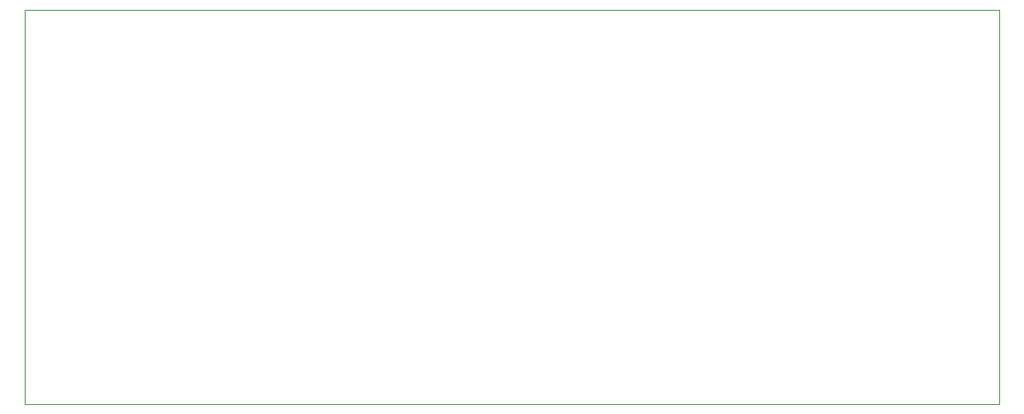
<source format=gm1>
G04 #@! TF.GenerationSoftware,KiCad,Pcbnew,9.0.2*
G04 #@! TF.CreationDate,2025-06-25T22:16:46-04:00*
G04 #@! TF.ProjectId,Macropad,4d616372-6f70-4616-942e-6b696361645f,rev?*
G04 #@! TF.SameCoordinates,Original*
G04 #@! TF.FileFunction,Profile,NP*
%FSLAX46Y46*%
G04 Gerber Fmt 4.6, Leading zero omitted, Abs format (unit mm)*
G04 Created by KiCad (PCBNEW 9.0.2) date 2025-06-25 22:16:46*
%MOMM*%
%LPD*%
G01*
G04 APERTURE LIST*
G04 #@! TA.AperFunction,Profile*
%ADD10C,0.050000*%
G04 #@! TD*
G04 APERTURE END LIST*
D10*
X85725000Y-57150000D02*
X185737500Y-57150000D01*
X185737500Y-97631250D01*
X85725000Y-97631250D01*
X85725000Y-57150000D01*
M02*

</source>
